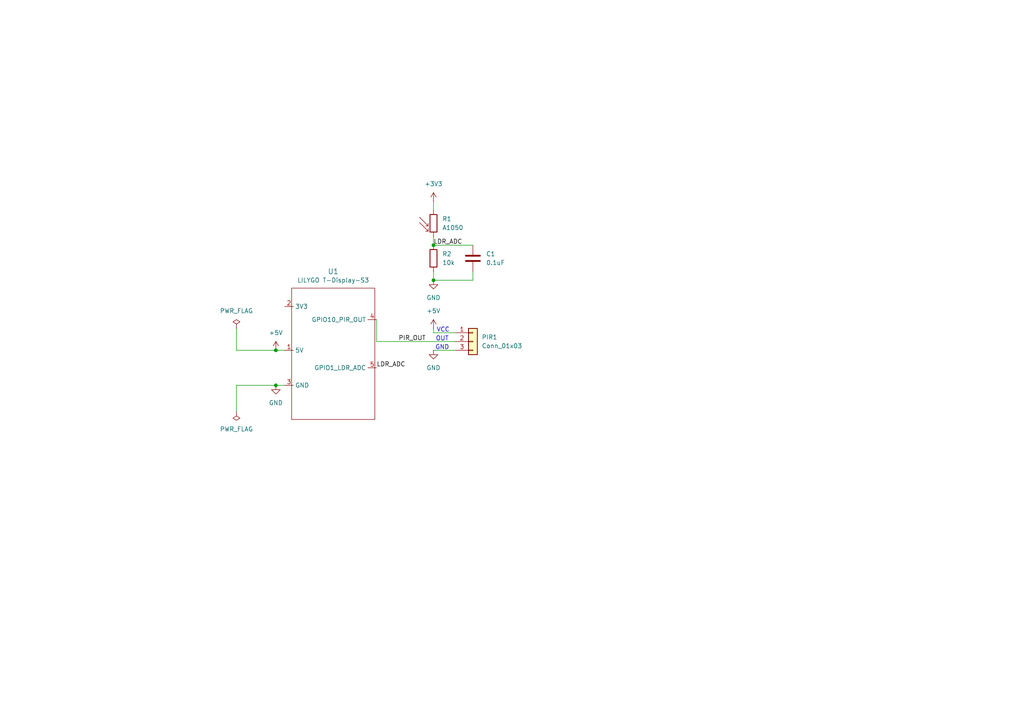
<source format=kicad_sch>
(kicad_sch (version 20250114) (generator "eeschema") (generator_version "9.0")
  (paper "A4")
  (title_block (title "LumiSense Hub") (date "2025-12-24") (rev "0.1") (comment 1 "ESP32-S3 Desk Smart Home Hub") (comment 2 "Sensors: PIR + LDR | UI: LVGL | Kasa LAN Control") (comment 3 "Power: USB-C | 5V + 3.3V Rails") (comment 4 "Schematic: Sensors + Power (external to module)"))
  (lib_symbols
    (symbol "Connector_Generic:Conn_01x03" (pin_names (offset 1.016) (hide yes))
      (property "Reference" "J" (at 0 5.08 0))
      (property "Value" "Conn_01x03" (at 0 -5.08 0))
      (symbol "Conn_01x03_1_1"
        (rectangle (start -1.27 3.81) (end 1.27 -3.81) (stroke (width 0.254)) (fill (type background)))
        (rectangle (start -1.27 2.667) (end 0 2.413) (stroke (width 0.1524)))
        (rectangle (start -1.27 0.127) (end 0 -0.127) (stroke (width 0.1524)))
        (rectangle (start -1.27 -2.413) (end 0 -2.667) (stroke (width 0.1524)))
        (pin passive line (at -5.08 2.54 0) (length 3.81) (name "Pin_1") (number "1"))
        (pin passive line (at -5.08 0 0) (length 3.81) (name "Pin_2") (number "2"))
        (pin passive line (at -5.08 -2.54 0) (length 3.81) (name "Pin_3") (number "3"))
      )
    )
    (symbol "Device:C" (pin_numbers (hide yes)) (pin_names (offset 0.254))
      (property "Reference" "C" (at 0.635 2.54 0))
      (property "Value" "C" (at 0.635 -2.54 0))
      (symbol "C_0_1"
        (polyline (pts (xy -2.032 0.762) (xy 2.032 0.762)) (stroke (width 0.508)))
        (polyline (pts (xy -2.032 -0.762) (xy 2.032 -0.762)) (stroke (width 0.508)))
      )
      (symbol "C_1_1"
        (pin passive line (at 0 3.81 270) (length 2.794) (name "~") (number "1"))
        (pin passive line (at 0 -3.81 90) (length 2.794) (name "~") (number "2"))
      )
    )
    (symbol "Device:R" (pin_numbers (hide yes)) (pin_names (offset 0))
      (property "Reference" "R" (at 2.032 0 90))
      (property "Value" "R" (at 0 0 90))
      (symbol "R_0_1"
        (rectangle (start -1.016 -2.54) (end 1.016 2.54) (stroke (width 0.254)))
      )
      (symbol "R_1_1"
        (pin passive line (at 0 3.81 270) (length 1.27) (name "~") (number "1"))
        (pin passive line (at 0 -3.81 90) (length 1.27) (name "~") (number "2"))
      )
    )
    (symbol "Sensor_Optical:A1050" (pin_numbers (hide yes)) (pin_names (offset 0))
      (property "Reference" "R" (at -5.08 0 90))
      (property "Value" "A1050" (at 1.905 0 90))
      (symbol "A1050_0_1"
        (polyline (pts (xy -1.524 -0.762) (xy -4.064 1.778)))
        (polyline (pts (xy -1.524 -0.762) (xy -2.286 -0.762)))
        (polyline (pts (xy -1.524 -0.762) (xy -1.524 0)))
        (polyline (pts (xy -1.524 -2.286) (xy -4.064 0.254)))
        (polyline (pts (xy -1.524 -2.286) (xy -2.286 -2.286)))
        (polyline (pts (xy -1.524 -2.286) (xy -1.524 -1.524)))
        (rectangle (start -1.016 2.54) (end 1.016 -2.54) (stroke (width 0.254)))
      )
      (symbol "A1050_1_1"
        (pin passive line (at 0 3.81 270) (length 1.27) (name "~") (number "1"))
        (pin passive line (at 0 -3.81 90) (length 1.27) (name "~") (number "2"))
      )
    )
    (symbol "Tal_symbols:LILYGO_T_Display_S3_Module"
      (property "Reference" "U1" (at 0.127 24.13 0))
      (property "Value" "LILYGO T-Display-S3" (at 0.127 21.59 0))
      (symbol "LILYGO_T_Display_S3_Module_0_1"
        (rectangle (start -11.938 19.304) (end 12.192 -18.796))
      )
      (symbol "LILYGO_T_Display_S3_Module_1_1"
        (pin power_out line (at -13.97 13.97 0) (length 2.54) (name "3V3") (number "2"))
        (pin power_in line (at -13.97 1.27 0) (length 2.54) (name "5V") (number "1"))
        (pin passive line (at -13.97 -8.89 0) (length 2.54) (name "GND") (number "3"))
        (pin input line (at 12.7 10.16 180) (length 2.54) (name "GPIO10_PIR_OUT") (number "4"))
        (pin input line (at 12.7 -3.81 180) (length 2.54) (name "GPIO1_LDR_ADC") (number "5"))
      )
    )
    (symbol "power:+3V3" (power) (pin_numbers (hide yes)) (pin_names (offset 0) (hide yes))
      (property "Value" "+3V3" (at 0 3.556 0))
      (symbol "+3V3_0_1"
        (polyline (pts (xy -0.762 1.27) (xy 0 2.54)))
        (polyline (pts (xy 0 2.54) (xy 0.762 1.27)))
        (polyline (pts (xy 0 0) (xy 0 2.54)))
      )
      (symbol "+3V3_1_1"
        (pin power_in line (at 0 0 90) (length 0) (name "~") (number "1"))
      )
    )
    (symbol "power:+5V" (power) (pin_numbers (hide yes)) (pin_names (offset 0) (hide yes))
      (property "Value" "+5V" (at 0 3.556 0))
      (symbol "+5V_0_1"
        (polyline (pts (xy -0.762 1.27) (xy 0 2.54)))
        (polyline (pts (xy 0 2.54) (xy 0.762 1.27)))
        (polyline (pts (xy 0 0) (xy 0 2.54)))
      )
      (symbol "+5V_1_1"
        (pin power_in line (at 0 0 90) (length 0) (name "~") (number "1"))
      )
    )
    (symbol "power:GND" (power) (pin_numbers (hide yes)) (pin_names (offset 0) (hide yes))
      (property "Value" "GND" (at 0 -3.81 0))
      (symbol "GND_0_1"
        (polyline (pts (xy 0 0) (xy 0 -1.27) (xy 1.27 -1.27) (xy 0 -2.54) (xy -1.27 -1.27) (xy 0 -1.27)))
      )
      (symbol "GND_1_1"
        (pin power_in line (at 0 0 270) (length 0) (name "~") (number "1"))
      )
    )
    (symbol "power:PWR_FLAG" (power) (pin_numbers (hide yes)) (pin_names (offset 0) (hide yes))
      (property "Value" "PWR_FLAG" (at 0 3.81 0))
      (symbol "PWR_FLAG_0_0"
        (pin power_out line (at 0 0 90) (length 0) (name "~") (number "1"))
      )
      (symbol "PWR_FLAG_0_1"
        (polyline (pts (xy 0 0) (xy 0 1.27) (xy -1.016 1.905) (xy 0 2.54) (xy 1.016 1.905) (xy 0 1.27)))
      )
    )
  )
  (text "VCC\n" (at 128.524 95.758 0) (effects (font (size 1.27 1.27))))
  (text "GND\n" (at 128.27 100.838 0) (effects (font (size 1.27 1.27))))
  (text "OUT\n" (at 128.27 98.298 0) (effects (font (size 1.27 1.27))))
  (junction (at 125.73 71.12))
  (junction (at 80.01 111.76))
  (junction (at 125.73 81.28))
  (junction (at 80.01 101.6))
  (wire (pts (xy 125.73 68.58) (xy 125.73 71.12)))
  (wire (pts (xy 125.73 78.74) (xy 125.73 81.28)))
  (wire (pts (xy 125.73 58.42) (xy 125.73 60.96)))
  (wire (pts (xy 137.16 81.28) (xy 125.73 81.28)))
  (wire (pts (xy 109.22 99.06) (xy 132.08 99.06)))
  (wire (pts (xy 125.73 96.52) (xy 125.73 95.25)))
  (wire (pts (xy 68.58 101.6) (xy 68.58 95.25)))
  (wire (pts (xy 132.08 96.52) (xy 125.73 96.52)))
  (wire (pts (xy 68.58 111.76) (xy 68.58 119.38)))
  (wire (pts (xy 80.01 101.6) (xy 82.55 101.6)))
  (wire (pts (xy 125.73 71.12) (xy 137.16 71.12)))
  (wire (pts (xy 125.73 101.6) (xy 132.08 101.6)))
  (wire (pts (xy 137.16 78.74) (xy 137.16 81.28)))
  (wire (pts (xy 80.01 111.76) (xy 68.58 111.76)))
  (wire (pts (xy 109.22 92.71) (xy 109.22 99.06)))
  (wire (pts (xy 80.01 101.6) (xy 68.58 101.6)))
  (wire (pts (xy 80.01 111.76) (xy 82.55 111.76)))
  (label "LDR_ADC" (at 125.73 71.12 0))
  (label "LDR_ADC" (at 109.22 106.68 0))
  (label "PIR_OUT" (at 115.57 99.06 0))
  (symbol (lib_id "power:GND") (at 80.01 111.76 0) (unit 1)
    (property "Reference" "#PWR04" (effects (hide yes)))
    (property "Value" "GND" (at 80.01 116.84 0))
    (property "Description" "Power symbol creates a global label with name \"GND\" , ground" (effects (hide yes)))
  )
  (symbol (lib_id "power:+3V3") (at 125.73 58.42 0) (unit 1)
    (property "Reference" "#PWR05" (effects (hide yes)))
    (property "Value" "+3V3" (at 125.73 53.34 0))
    (property "Description" "Power symbol creates a global label with name \"+3V3\"" (effects (hide yes)))
  )
  (symbol (lib_id "power:PWR_FLAG") (at 68.58 119.38 180) (unit 1)
    (property "Reference" "#FLG02" (effects (hide yes)))
    (property "Value" "PWR_FLAG" (at 68.58 124.46 0))
    (property "Description" "Special symbol for telling ERC where power comes from" (effects (hide yes)))
  )
  (symbol (lib_id "power:+5V") (at 80.01 101.6 0) (unit 1)
    (property "Reference" "#PWR03" (effects (hide yes)))
    (property "Value" "+5V" (at 80.01 96.52 0))
    (property "Description" "Power symbol creates a global label with name \"+5V\"" (effects (hide yes)))
  )
  (symbol (lib_id "Connector_Generic:Conn_01x03") (at 137.16 99.06 0) (unit 1)
    (property "Reference" "PIR1" (at 139.7 97.7899 0) (effects (justify left)))
    (property "Value" "Conn_01x03" (at 139.7 100.3299 0) (effects (justify left)))
    (property "Description" "Generic connector, single row, 01x03, script generated (kicad-library-utils/schlib/autogen/connector/)" (effects (hide yes)))
  )
  (symbol (lib_id "Device:C") (at 137.16 74.93 0) (unit 1)
    (property "Reference" "C1" (at 140.97 73.6599 0) (effects (justify left)))
    (property "Value" "0.1uF" (at 140.97 76.1999 0) (effects (justify left)))
    (property "Description" "Unpolarized capacitor" (effects (hide yes)))
  )
  (symbol (lib_id "power:GND") (at 125.73 81.28 0) (unit 1)
    (property "Reference" "#PWR06" (effects (hide yes)))
    (property "Value" "GND" (at 125.73 86.36 0))
    (property "Description" "Power symbol creates a global label with name \"GND\" , ground" (effects (hide yes)))
  )
  (symbol (lib_id "Tal_symbols:LILYGO_T_Display_S3_Module") (at 96.52 102.87 0) (unit 1)
    (property "Reference" "U1" (at 96.647 78.74 0) (effects (font (size 1.5 1.5))))
    (property "Value" "LILYGO T-Display-S3" (at 96.647 81.28 0))
  )
  (symbol (lib_id "power:PWR_FLAG") (at 68.58 95.25 0) (unit 1)
    (property "Reference" "#FLG01" (effects (hide yes)))
    (property "Value" "PWR_FLAG" (at 68.58 90.17 0))
    (property "Description" "Special symbol for telling ERC where power comes from" (effects (hide yes)))
  )
  (symbol (lib_id "power:GND") (at 125.73 101.6 0) (unit 1)
    (property "Reference" "#PWR02" (effects (hide yes)))
    (property "Value" "GND" (at 125.73 106.68 0))
    (property "Description" "Power symbol creates a global label with name \"GND\" , ground" (effects (hide yes)))
  )
  (symbol (lib_id "power:+5V") (at 125.73 95.25 0) (unit 1)
    (property "Reference" "#PWR01" (effects (hide yes)))
    (property "Value" "+5V" (at 125.73 90.17 0))
    (property "Description" "Power symbol creates a global label with name \"+5V\"" (effects (hide yes)))
  )
  (symbol (lib_id "Device:R") (at 125.73 74.93 0) (unit 1)
    (property "Reference" "R2" (at 128.27 73.6599 0) (effects (justify left)))
    (property "Value" "10k" (at 128.27 76.1999 0) (effects (justify left)))
    (property "Description" "Resistor" (effects (hide yes)))
  )
  (symbol (lib_id "Sensor_Optical:A1050") (at 125.73 64.77 0) (unit 1)
    (property "Reference" "R1" (at 128.27 63.4999 0) (effects (justify left)))
    (property "Value" "A1050" (at 128.27 66.0399 0) (effects (justify left)))
    (property "Footprint" "OptoDevice:R_LDR_D6.4mm_P3.4mm_Vertical" (effects (hide yes)))
    (property "Datasheet" "http://cdn-reichelt.de/documents/datenblatt/A500/A106012.pdf" (effects (hide yes)))
    (property "Description" "light dependent resistor" (effects (hide yes)))
  )
)
</source>
